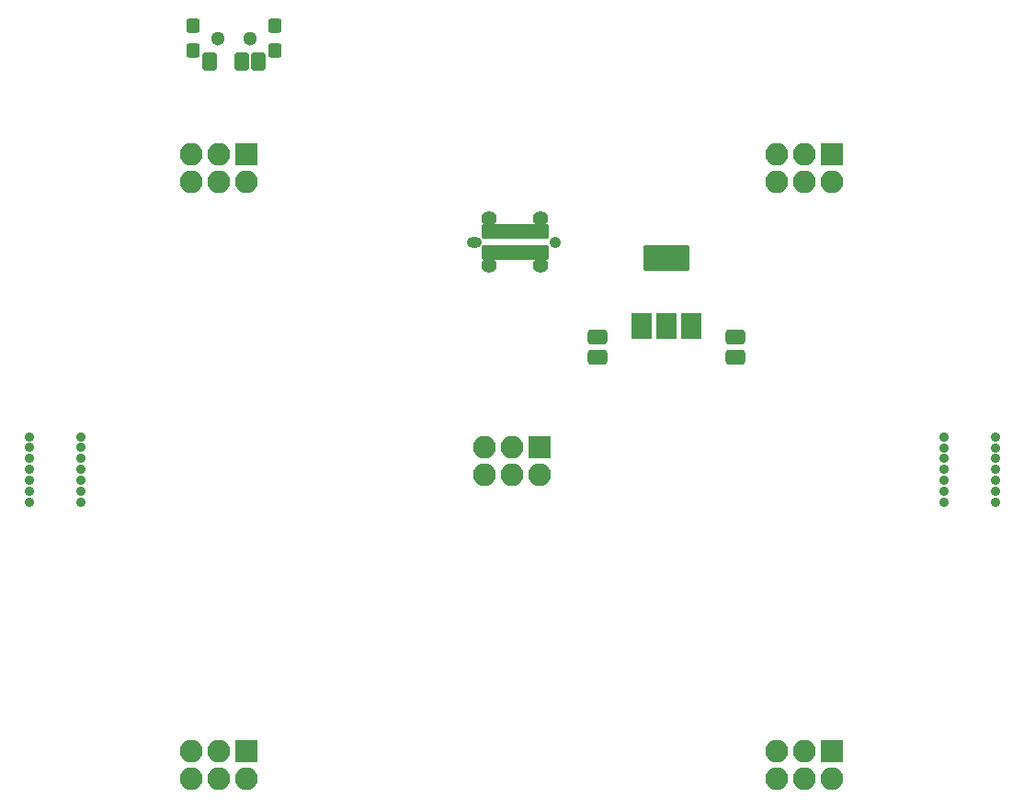
<source format=gbr>
%TF.GenerationSoftware,KiCad,Pcbnew,(5.99.0-9526-g5c17ff0595)*%
%TF.CreationDate,2021-07-10T19:15:03-05:00*%
%TF.ProjectId,DesktopHolder,4465736b-746f-4704-986f-6c6465722e6b,rev?*%
%TF.SameCoordinates,Original*%
%TF.FileFunction,Soldermask,Bot*%
%TF.FilePolarity,Negative*%
%FSLAX46Y46*%
G04 Gerber Fmt 4.6, Leading zero omitted, Abs format (unit mm)*
G04 Created by KiCad (PCBNEW (5.99.0-9526-g5c17ff0595)) date 2021-07-10 19:15:03*
%MOMM*%
%LPD*%
G01*
G04 APERTURE LIST*
G04 Aperture macros list*
%AMRoundRect*
0 Rectangle with rounded corners*
0 $1 Rounding radius*
0 $2 $3 $4 $5 $6 $7 $8 $9 X,Y pos of 4 corners*
0 Add a 4 corners polygon primitive as box body*
4,1,4,$2,$3,$4,$5,$6,$7,$8,$9,$2,$3,0*
0 Add four circle primitives for the rounded corners*
1,1,$1+$1,$2,$3*
1,1,$1+$1,$4,$5*
1,1,$1+$1,$6,$7*
1,1,$1+$1,$8,$9*
0 Add four rect primitives between the rounded corners*
20,1,$1+$1,$2,$3,$4,$5,0*
20,1,$1+$1,$4,$5,$6,$7,0*
20,1,$1+$1,$6,$7,$8,$9,0*
20,1,$1+$1,$8,$9,$2,$3,0*%
G04 Aperture macros list end*
%ADD10RoundRect,0.200000X-0.850000X0.850000X-0.850000X-0.850000X0.850000X-0.850000X0.850000X0.850000X0*%
%ADD11O,2.100000X2.100000*%
%ADD12C,0.900000*%
%ADD13C,1.300000*%
%ADD14RoundRect,0.200000X0.450000X0.625000X-0.450000X0.625000X-0.450000X-0.625000X0.450000X-0.625000X0*%
%ADD15RoundRect,0.200000X0.400000X0.450000X-0.400000X0.450000X-0.400000X-0.450000X0.400000X-0.450000X0*%
%ADD16RoundRect,0.350000X0.575000X-0.350000X0.575000X0.350000X-0.575000X0.350000X-0.575000X-0.350000X0*%
%ADD17RoundRect,0.200000X0.750000X-1.000000X0.750000X1.000000X-0.750000X1.000000X-0.750000X-1.000000X0*%
%ADD18RoundRect,0.200000X1.900000X-1.000000X1.900000X1.000000X-1.900000X1.000000X-1.900000X-1.000000X0*%
%ADD19O,1.400000X0.980000*%
%ADD20C,1.060000*%
%ADD21RoundRect,0.200000X0.150000X0.500000X-0.150000X0.500000X-0.150000X-0.500000X0.150000X-0.500000X0*%
%ADD22C,1.400000*%
G04 APERTURE END LIST*
D10*
%TO.C,J5*%
X126975000Y-120650000D03*
D11*
X126975000Y-123190000D03*
X124435000Y-120650000D03*
X124435000Y-123190000D03*
X121895000Y-120650000D03*
X121895000Y-123190000D03*
%TD*%
D10*
%TO.C,J2*%
X180900000Y-65650000D03*
D11*
X180900000Y-68190000D03*
X178360000Y-65650000D03*
X178360000Y-68190000D03*
X175820000Y-65650000D03*
X175820000Y-68190000D03*
%TD*%
D10*
%TO.C,J1*%
X126975000Y-65650000D03*
D11*
X126975000Y-68190000D03*
X124435000Y-65650000D03*
X124435000Y-68190000D03*
X121895000Y-65650000D03*
X121895000Y-68190000D03*
%TD*%
D10*
%TO.C,J3*%
X153975000Y-92650000D03*
D11*
X153975000Y-95190000D03*
X151435000Y-92650000D03*
X151435000Y-95190000D03*
X148895000Y-92650000D03*
X148895000Y-95190000D03*
%TD*%
D12*
%TO.C,REF\u002A\u002A*%
X111725000Y-91700000D03*
X111725000Y-95700000D03*
X107000000Y-91700000D03*
X107000000Y-92700000D03*
X107000000Y-93700000D03*
X107000000Y-95700000D03*
X107000000Y-96700000D03*
X111725000Y-92700000D03*
X107000000Y-94700000D03*
X111725000Y-97700000D03*
X111725000Y-94700000D03*
X107000000Y-97700000D03*
X111725000Y-96700000D03*
X111725000Y-93700000D03*
%TD*%
D10*
%TO.C,J4*%
X180900000Y-120650000D03*
D11*
X180900000Y-123190000D03*
X178360000Y-120650000D03*
X178360000Y-123190000D03*
X175820000Y-120650000D03*
X175820000Y-123190000D03*
%TD*%
D13*
%TO.C,Power1*%
X124355000Y-54950000D03*
X127355000Y-54950000D03*
D14*
X128105000Y-57075000D03*
X126605000Y-57075000D03*
X123605000Y-57075000D03*
D15*
X129655000Y-56100000D03*
X122045000Y-56100000D03*
X122055000Y-53800000D03*
X129655000Y-53800000D03*
%TD*%
D16*
%TO.C,C2*%
X172050000Y-84400000D03*
X172050000Y-82500000D03*
%TD*%
%TO.C,C1*%
X159325000Y-84375000D03*
X159325000Y-82475000D03*
%TD*%
D17*
%TO.C,U1*%
X167975000Y-81525000D03*
X165675000Y-81525000D03*
D18*
X165675000Y-75225000D03*
D17*
X163375000Y-81525000D03*
%TD*%
D19*
%TO.C,P1*%
X147975000Y-73750000D03*
D20*
X155475000Y-73750000D03*
D21*
X154475000Y-72800000D03*
X153975000Y-72800000D03*
X153475000Y-72800000D03*
X152975000Y-72800000D03*
X152475000Y-72800000D03*
X151975000Y-72800000D03*
X151475000Y-72800000D03*
X150975000Y-72800000D03*
X150475000Y-72800000D03*
X149975000Y-72800000D03*
X149475000Y-72800000D03*
X148975000Y-72800000D03*
X148975000Y-74700000D03*
X149475000Y-74700000D03*
X149975000Y-74700000D03*
X150475000Y-74700000D03*
X150975000Y-74700000D03*
X151475000Y-74700000D03*
X151975000Y-74700000D03*
X152475000Y-74700000D03*
X152975000Y-74700000D03*
X153475000Y-74700000D03*
X153975000Y-74700000D03*
X154475000Y-74700000D03*
D22*
X154125000Y-71600000D03*
X149325000Y-71600000D03*
X154125000Y-75900000D03*
X149325000Y-75900000D03*
%TD*%
D12*
%TO.C,REF\u002A\u002A*%
X195961250Y-94712500D03*
X191236250Y-94712500D03*
X191236250Y-97712500D03*
X191236250Y-92712500D03*
X195961250Y-91712500D03*
X195961250Y-97712500D03*
X195961250Y-96712500D03*
X191236250Y-96712500D03*
X191236250Y-95712500D03*
X191236250Y-91712500D03*
X195961250Y-95712500D03*
X195961250Y-93712500D03*
X191236250Y-93712500D03*
X195961250Y-92712500D03*
%TD*%
M02*

</source>
